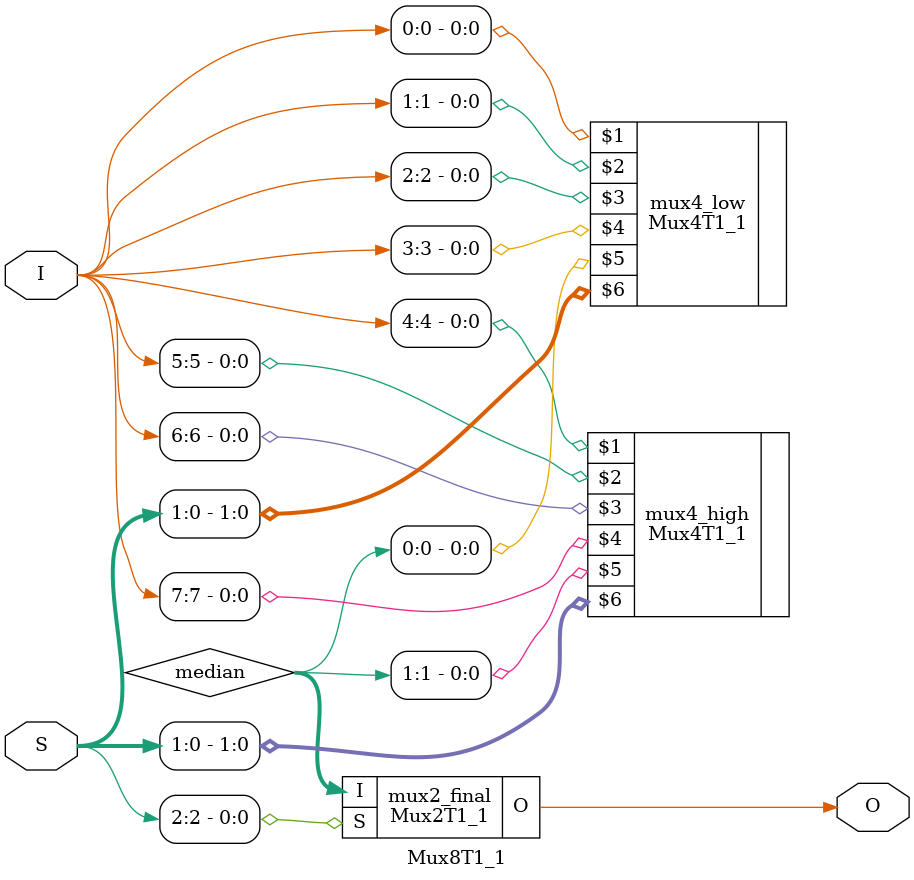
<source format=v>
module Mux2T1_1(
   input [1:0] I,
   input S,
   output O
);

assign O = S ? I[1] : I[0];

endmodule


module Mux8T1_1( 
   input [7:0] I,
   input [2:0] S,
   output O 
);

wire [1:0] median;

Mux4T1_1 mux4_low(I[0], I[1], I[2], I[3], median[0], {S[1], S[0]});
Mux4T1_1 mux4_high(I[4], I[5], I[6], I[7], median[1], {S[1], S[0]});
Mux2T1_1 mux2_final(median, S[2], O);
   
endmodule

</source>
